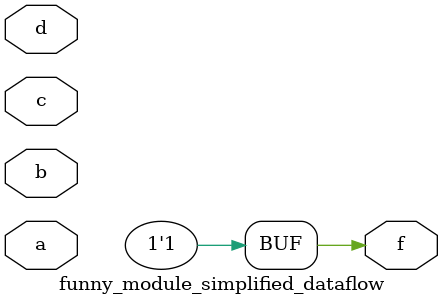
<source format=v>

module funny_module_structural(a, b, c, d, f);
    input a, b, c, d;
    output f;

    wire w[9];
    wire notA, notB, notC, notD;

    not N1(notA, a);
    not N2(notB, b);
    not N3(notC, c);
    not N4(notD, d);

    and A1(w[0], a, b, c, d);
    and A2(w[1], notA, notB, notC, notD);
    and A3(w[2], a, notD);
    and A4(w[3], notA, b, notC);
    and A5(w[4], notB, d);
    and A6(w[5], notA, b, notC);
    and A7(w[6], a, b, notC, d);
    and A8(w[7], b, c, d);
    and A9(w[8], notA, c, notD);

    or O1(f, w[0], w[1], w[2], w[3], w[4], w[5],
          w[6], w[7], w[8]);
endmodule

module funny_module_dataflow(a, b, c, d, f);
    input a, b, c, d;
    output f;

    assign f =
    (a & b & c & d)      |
    (~a & ~b & ~c & ~d)  |
    (a & ~d)             |
    (~a & b & ~c )       |
    (~b & d)             |
    (~a & b & ~c)        |
    (a & b & ~c & d)     |
    (b & c & d)          |
    (~a & c & ~d);
endmodule

module funny_module_simplified_structural(a, b, c, d, f);
    input a, b, c, d;
    output f;

    not F1(f, 0);
endmodule

module funny_module_simplified_dataflow(a, b, c, d, f);
    input a, b, c, d;
    output f;

    assign f = 1;
endmodule



</source>
